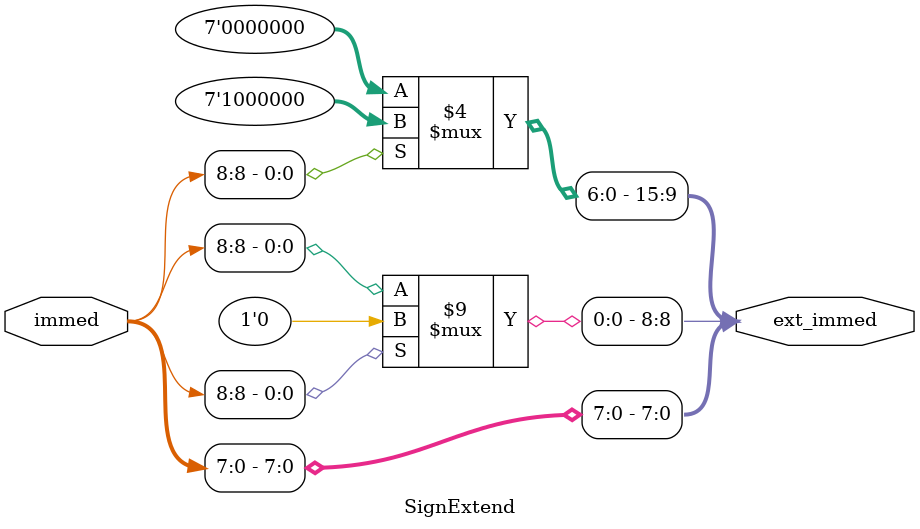
<source format=v>
module SignExtend (
    input [8:0] immed,
    output reg [15:0] ext_immed
);

    always @(*) begin
        if (immed[8] == 1) begin
            ext_immed = {7'b1000000, immed};
            ext_immed[8] = 0;
        end else begin
            ext_immed = {7'b0000000, immed};
        end
    end

endmodule

</source>
